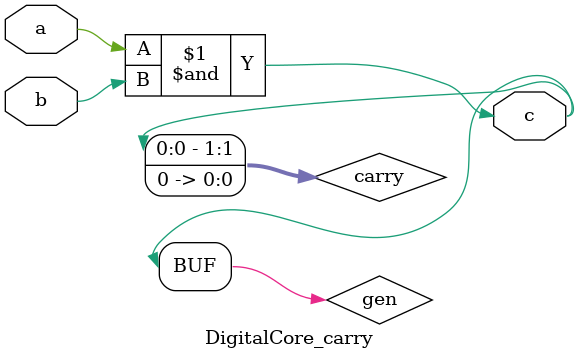
<source format=v>

`timescale 1ns/1ps

// A simple module just containing flops to be used for I/O. This is so
// that it is easier to tell floorplanning to put these flops in their
// own region and/or to not get optimized away during synthesis

module DigitalCore_carry (
        a,
        b,
        c
    );

    //-----------------------------------------------------------------------------------
    //  Physical Parameters
    //-----------------------------------------------------------------------------------
    parameter Width =       1;
    //-----------------------------------------------------------------------------------
    
    genvar i;
    
    //-----------------------------------------------------------------------------------
    //  I/O
    //-----------------------------------------------------------------------------------
    input  wire  [Width-1:0] a;
    input  wire  [Width-1:0] b;
    output wire              c;
    
    //-----------------------------------------------------------------------------------
    //  I/O
    //-----------------------------------------------------------------------------------
    wire  [Width-1:0] gen;
    wire  [Width-1:0] prop;
    wire  [Width:0] carry;

    //-----------------------------------------------------------------------------------
    //  Input and output carry
    //-----------------------------------------------------------------------------------
    assign c = carry[Width];
    assign carry[0] = 1'b0;
    
    //-----------------------------------------------------------------------------------
    //  Logic
    //-----------------------------------------------------------------------------------
    generate for (i = 0; i < Width; i = i + 1) begin : gen_gen_and_prop
        assign gen[i]  = a[i] & b[i];
        assign prop[i] = a[i] | b[i];
    end endgenerate
    
    generate for (i = 1; i <= Width; i = i + 1) begin : gen_carry
        assign carry[i] = gen[i-1] | (prop[i-1] & carry[i-1]);
   end endgenerate

endmodule


</source>
